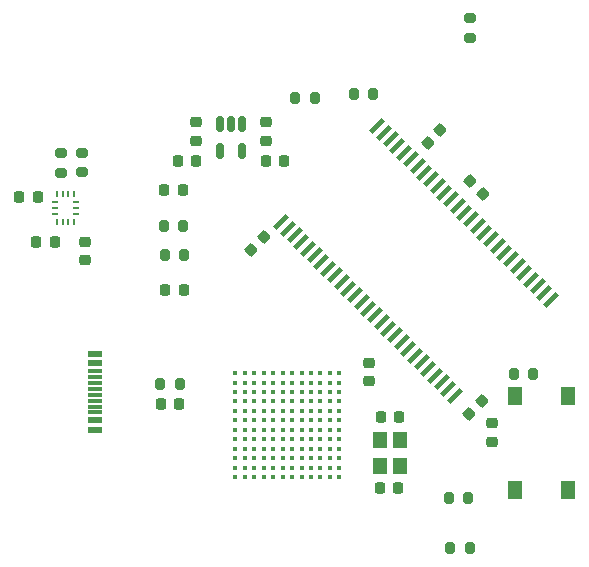
<source format=gtp>
%TF.GenerationSoftware,KiCad,Pcbnew,(7.0.0)*%
%TF.CreationDate,2023-04-01T17:32:09+03:00*%
%TF.ProjectId,base_board,62617365-5f62-46f6-9172-642e6b696361,rev?*%
%TF.SameCoordinates,Original*%
%TF.FileFunction,Paste,Top*%
%TF.FilePolarity,Positive*%
%FSLAX46Y46*%
G04 Gerber Fmt 4.6, Leading zero omitted, Abs format (unit mm)*
G04 Created by KiCad (PCBNEW (7.0.0)) date 2023-04-01 17:32:09*
%MOMM*%
%LPD*%
G01*
G04 APERTURE LIST*
G04 Aperture macros list*
%AMRoundRect*
0 Rectangle with rounded corners*
0 $1 Rounding radius*
0 $2 $3 $4 $5 $6 $7 $8 $9 X,Y pos of 4 corners*
0 Add a 4 corners polygon primitive as box body*
4,1,4,$2,$3,$4,$5,$6,$7,$8,$9,$2,$3,0*
0 Add four circle primitives for the rounded corners*
1,1,$1+$1,$2,$3*
1,1,$1+$1,$4,$5*
1,1,$1+$1,$6,$7*
1,1,$1+$1,$8,$9*
0 Add four rect primitives between the rounded corners*
20,1,$1+$1,$2,$3,$4,$5,0*
20,1,$1+$1,$4,$5,$6,$7,0*
20,1,$1+$1,$6,$7,$8,$9,0*
20,1,$1+$1,$8,$9,$2,$3,0*%
%AMRotRect*
0 Rectangle, with rotation*
0 The origin of the aperture is its center*
0 $1 length*
0 $2 width*
0 $3 Rotation angle, in degrees counterclockwise*
0 Add horizontal line*
21,1,$1,$2,0,0,$3*%
G04 Aperture macros list end*
%ADD10RoundRect,0.225000X0.017678X-0.335876X0.335876X-0.017678X-0.017678X0.335876X-0.335876X0.017678X0*%
%ADD11RoundRect,0.225000X-0.335876X-0.017678X-0.017678X-0.335876X0.335876X0.017678X0.017678X0.335876X0*%
%ADD12RoundRect,0.200000X0.200000X0.275000X-0.200000X0.275000X-0.200000X-0.275000X0.200000X-0.275000X0*%
%ADD13RoundRect,0.225000X-0.225000X-0.250000X0.225000X-0.250000X0.225000X0.250000X-0.225000X0.250000X0*%
%ADD14RotRect,1.510000X0.458000X45.000000*%
%ADD15RoundRect,0.225000X0.225000X0.250000X-0.225000X0.250000X-0.225000X-0.250000X0.225000X-0.250000X0*%
%ADD16RoundRect,0.218750X-0.218750X-0.256250X0.218750X-0.256250X0.218750X0.256250X-0.218750X0.256250X0*%
%ADD17RoundRect,0.218750X0.218750X0.256250X-0.218750X0.256250X-0.218750X-0.256250X0.218750X-0.256250X0*%
%ADD18R,1.300000X1.550000*%
%ADD19RoundRect,0.218750X-0.256250X0.218750X-0.256250X-0.218750X0.256250X-0.218750X0.256250X0.218750X0*%
%ADD20RoundRect,0.200000X-0.200000X-0.275000X0.200000X-0.275000X0.200000X0.275000X-0.200000X0.275000X0*%
%ADD21RoundRect,0.225000X-0.250000X0.225000X-0.250000X-0.225000X0.250000X-0.225000X0.250000X0.225000X0*%
%ADD22RoundRect,0.200000X-0.275000X0.200000X-0.275000X-0.200000X0.275000X-0.200000X0.275000X0.200000X0*%
%ADD23R,1.200000X1.400000*%
%ADD24RoundRect,0.225000X0.250000X-0.225000X0.250000X0.225000X-0.250000X0.225000X-0.250000X-0.225000X0*%
%ADD25RoundRect,0.200000X0.275000X-0.200000X0.275000X0.200000X-0.275000X0.200000X-0.275000X-0.200000X0*%
%ADD26RoundRect,0.225000X-0.017678X0.335876X-0.335876X0.017678X0.017678X-0.335876X0.335876X-0.017678X0*%
%ADD27RoundRect,0.150000X-0.150000X0.512500X-0.150000X-0.512500X0.150000X-0.512500X0.150000X0.512500X0*%
%ADD28C,0.400000*%
%ADD29R,0.250000X0.475000*%
%ADD30R,0.475000X0.250000*%
%ADD31R,1.150000X0.300000*%
%ADD32R,1.145000X0.600000*%
%ADD33R,1.150000X0.600000*%
G04 APERTURE END LIST*
D10*
X142601992Y-102828008D03*
X143698008Y-101731992D03*
D11*
X142690000Y-83140000D03*
X143786016Y-84236016D03*
D12*
X134515000Y-75780000D03*
X132865000Y-75780000D03*
D13*
X104555000Y-84500000D03*
X106105000Y-84500000D03*
D14*
X126740247Y-86593703D03*
X127305933Y-87159389D03*
X127871618Y-87725074D03*
X128437304Y-88290760D03*
X129002989Y-88856445D03*
X129568675Y-89422131D03*
X130134360Y-89987816D03*
X130700045Y-90553501D03*
X131265731Y-91119187D03*
X131831416Y-91684872D03*
X132397102Y-92250558D03*
X132962787Y-92816243D03*
X133528473Y-93381929D03*
X134094158Y-93947614D03*
X134659843Y-94513299D03*
X135225529Y-95078985D03*
X135791214Y-95644670D03*
X136356900Y-96210356D03*
X136922585Y-96776041D03*
X137488271Y-97341727D03*
X138053956Y-97907412D03*
X138619641Y-98473097D03*
X139185327Y-99038783D03*
X139751012Y-99604468D03*
X140316698Y-100170154D03*
X140882383Y-100735839D03*
X141448069Y-101301525D03*
X149579797Y-93169797D03*
X149014111Y-92604111D03*
X148448426Y-92038426D03*
X147882740Y-91472740D03*
X147317055Y-90907055D03*
X146751369Y-90341369D03*
X146185684Y-89775684D03*
X145619999Y-89209999D03*
X145054313Y-88644313D03*
X144488628Y-88078628D03*
X143922942Y-87512942D03*
X143357257Y-86947257D03*
X142791571Y-86381571D03*
X142225886Y-85815886D03*
X141660201Y-85250201D03*
X141094515Y-84684515D03*
X140528830Y-84118830D03*
X139963144Y-83553144D03*
X139397459Y-82987459D03*
X138831773Y-82421773D03*
X138266088Y-81856088D03*
X137700403Y-81290403D03*
X137134717Y-80724717D03*
X136569032Y-80159032D03*
X136003346Y-79593346D03*
X135437661Y-79027661D03*
X134871975Y-78461975D03*
D15*
X119495000Y-81450500D03*
X117945000Y-81450500D03*
X136610000Y-109130000D03*
X135060000Y-109130000D03*
D16*
X116815000Y-83920000D03*
X118390000Y-83920000D03*
D17*
X118097500Y-102000000D03*
X116522500Y-102000000D03*
D18*
X150989999Y-101329999D03*
X150989999Y-109279999D03*
X146489999Y-101329999D03*
X146489999Y-109279999D03*
D19*
X134180000Y-98512500D03*
X134180000Y-100087500D03*
D20*
X140900000Y-110005000D03*
X142550000Y-110005000D03*
D13*
X106005000Y-88310000D03*
X107555000Y-88310000D03*
D21*
X119470000Y-78175500D03*
X119470000Y-79725500D03*
D22*
X108115000Y-80765000D03*
X108115000Y-82415000D03*
D21*
X110120000Y-88265000D03*
X110120000Y-89815000D03*
D23*
X136789999Y-107239999D03*
X136789999Y-105039999D03*
X135089999Y-105039999D03*
X135089999Y-107239999D03*
D13*
X125445000Y-81450500D03*
X126995000Y-81450500D03*
D17*
X118465000Y-92401250D03*
X116890000Y-92401250D03*
D13*
X135150000Y-103120000D03*
X136700000Y-103120000D03*
D12*
X118502500Y-89401250D03*
X116852500Y-89401250D03*
D24*
X125470000Y-79725500D03*
X125470000Y-78175500D03*
D25*
X142670000Y-70985000D03*
X142670000Y-69335000D03*
D26*
X125238008Y-87861992D03*
X124141992Y-88958008D03*
D27*
X123420000Y-78313000D03*
X122470000Y-78313000D03*
X121520000Y-78313000D03*
X121520000Y-80588000D03*
X123420000Y-80588000D03*
D20*
X146425000Y-99440000D03*
X148075000Y-99440000D03*
D22*
X109825000Y-80750000D03*
X109825000Y-82400000D03*
D28*
X131650000Y-108200000D03*
X130850000Y-108200000D03*
X130050000Y-108200000D03*
X129250000Y-108200000D03*
X128450000Y-108200000D03*
X127650000Y-108200000D03*
X126850000Y-108200000D03*
X126050000Y-108200000D03*
X125250000Y-108200000D03*
X124450000Y-108200000D03*
X123650000Y-108200000D03*
X122850000Y-108200000D03*
X131650000Y-107400000D03*
X130850000Y-107400000D03*
X130050000Y-107400000D03*
X129250000Y-107400000D03*
X128450000Y-107400000D03*
X127650000Y-107400000D03*
X126850000Y-107400000D03*
X126050000Y-107400000D03*
X125250000Y-107400000D03*
X124450000Y-107400000D03*
X123650000Y-107400000D03*
X122850000Y-107400000D03*
X131650000Y-106600000D03*
X130850000Y-106600000D03*
X130050000Y-106600000D03*
X129250000Y-106600000D03*
X128450000Y-106600000D03*
X127650000Y-106600000D03*
X126850000Y-106600000D03*
X126050000Y-106600000D03*
X125250000Y-106600000D03*
X124450000Y-106600000D03*
X123650000Y-106600000D03*
X122850000Y-106600000D03*
X131650000Y-105800000D03*
X130850000Y-105800000D03*
X130050000Y-105800000D03*
X129250000Y-105800000D03*
X128450000Y-105800000D03*
X127650000Y-105800000D03*
X126850000Y-105800000D03*
X126050000Y-105800000D03*
X125250000Y-105800000D03*
X124450000Y-105800000D03*
X123650000Y-105800000D03*
X122850000Y-105800000D03*
X131650000Y-105000000D03*
X130850000Y-105000000D03*
X130050000Y-105000000D03*
X129250000Y-105000000D03*
X128450000Y-105000000D03*
X127650000Y-105000000D03*
X126850000Y-105000000D03*
X126050000Y-105000000D03*
X125250000Y-105000000D03*
X124450000Y-105000000D03*
X123650000Y-105000000D03*
X122850000Y-105000000D03*
X131650000Y-104200000D03*
X130850000Y-104200000D03*
X130050000Y-104200000D03*
X129250000Y-104200000D03*
X128450000Y-104200000D03*
X127650000Y-104200000D03*
X126850000Y-104200000D03*
X126050000Y-104200000D03*
X125250000Y-104200000D03*
X124450000Y-104200000D03*
X123650000Y-104200000D03*
X122850000Y-104200000D03*
X131650000Y-103400000D03*
X130850000Y-103400000D03*
X130050000Y-103400000D03*
X129250000Y-103400000D03*
X128450000Y-103400000D03*
X127650000Y-103400000D03*
X126850000Y-103400000D03*
X126050000Y-103400000D03*
X125250000Y-103400000D03*
X124450000Y-103400000D03*
X123650000Y-103400000D03*
X122850000Y-103400000D03*
X131650000Y-102600000D03*
X130850000Y-102600000D03*
X130050000Y-102600000D03*
X129250000Y-102600000D03*
X128450000Y-102600000D03*
X127650000Y-102600000D03*
X126850000Y-102600000D03*
X126050000Y-102600000D03*
X125250000Y-102600000D03*
X124450000Y-102600000D03*
X123650000Y-102600000D03*
X122850000Y-102600000D03*
X131650000Y-101800000D03*
X130850000Y-101800000D03*
X130050000Y-101800000D03*
X129250000Y-101800000D03*
X128450000Y-101800000D03*
X127650000Y-101800000D03*
X126850000Y-101800000D03*
X126050000Y-101800000D03*
X125250000Y-101800000D03*
X124450000Y-101800000D03*
X123650000Y-101800000D03*
X122850000Y-101800000D03*
X131650000Y-101000000D03*
X130850000Y-101000000D03*
X130050000Y-101000000D03*
X129250000Y-101000000D03*
X128450000Y-101000000D03*
X127650000Y-101000000D03*
X126850000Y-101000000D03*
X126050000Y-101000000D03*
X125250000Y-101000000D03*
X124450000Y-101000000D03*
X123650000Y-101000000D03*
X122850000Y-101000000D03*
X131650000Y-100200000D03*
X130850000Y-100200000D03*
X130050000Y-100200000D03*
X129250000Y-100200000D03*
X128450000Y-100200000D03*
X127650000Y-100200000D03*
X126850000Y-100200000D03*
X126050000Y-100200000D03*
X125250000Y-100200000D03*
X124450000Y-100200000D03*
X123650000Y-100200000D03*
X122850000Y-100200000D03*
X131650000Y-99400000D03*
X130850000Y-99400000D03*
X130050000Y-99400000D03*
X129250000Y-99400000D03*
X128450000Y-99400000D03*
X127650000Y-99400000D03*
X126850000Y-99400000D03*
X126050000Y-99400000D03*
X125250000Y-99400000D03*
X124450000Y-99400000D03*
X123650000Y-99400000D03*
X122850000Y-99400000D03*
D10*
X139111992Y-79928008D03*
X140208008Y-78831992D03*
D21*
X144550000Y-103655000D03*
X144550000Y-105205000D03*
D20*
X116777500Y-86920000D03*
X118427500Y-86920000D03*
D29*
X109214999Y-84272499D03*
X108714999Y-84272499D03*
X108214999Y-84272499D03*
X107714999Y-84272499D03*
D30*
X107552499Y-84934999D03*
X107552499Y-85434999D03*
X107552499Y-85934999D03*
D29*
X107714999Y-86597499D03*
X108214999Y-86597499D03*
X108714999Y-86597499D03*
X109214999Y-86597499D03*
D30*
X109377499Y-85934999D03*
X109377499Y-85434999D03*
X109377499Y-84934999D03*
D31*
X110979999Y-99729999D03*
X110979999Y-100729999D03*
X110979999Y-101229999D03*
X110979999Y-102229999D03*
D32*
X110982499Y-103379999D03*
D33*
X110979999Y-104179999D03*
D31*
X110979999Y-102729999D03*
X110979999Y-101729999D03*
X110979999Y-100229999D03*
X110979999Y-99229999D03*
D32*
X110982499Y-98579999D03*
X110982499Y-97779999D03*
D12*
X129565000Y-76070000D03*
X127915000Y-76070000D03*
X118135000Y-100340000D03*
X116485000Y-100340000D03*
D20*
X141050000Y-114195000D03*
X142700000Y-114195000D03*
M02*

</source>
